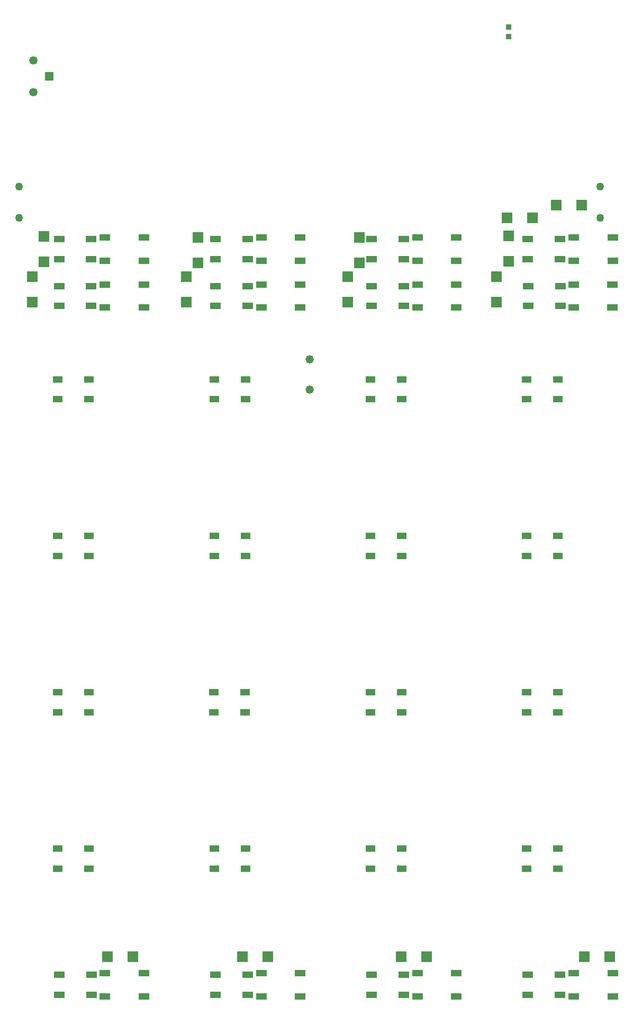
<source format=gtp>
G04 #@! TF.FileFunction,Paste,Top*
%FSLAX46Y46*%
G04 Gerber Fmt 4.6, Leading zero omitted, Abs format (unit mm)*
G04 Created by KiCad (PCBNEW 4.0.4-stable) date 07/12/17 09:58:22*
%MOMM*%
%LPD*%
G01*
G04 APERTURE LIST*
%ADD10C,2.000000*%
%ADD11R,1.600000X1.000000*%
%ADD12R,0.889000X0.889000*%
%ADD13C,1.320800*%
%ADD14R,1.651000X1.000000*%
%ADD15R,1.767840X1.798320*%
%ADD16R,1.798320X1.767840*%
%ADD17R,1.800000X1.100000*%
%ADD18C,1.270000*%
%ADD19C,1.348740*%
%ADD20R,1.348740X1.348740*%
G04 APERTURE END LIST*
D10*
D11*
X9700000Y-60800000D03*
X9700000Y-64000000D03*
X14700000Y-64000000D03*
X14700000Y-60800000D03*
X34700000Y-60800000D03*
X34700000Y-64000000D03*
X39700000Y-64000000D03*
X39700000Y-60800000D03*
D12*
X81788000Y-4572000D03*
X81788000Y-6096000D03*
D13*
X50000000Y-57587000D03*
X50000000Y-62413000D03*
D14*
X9900000Y-38400000D03*
X15054000Y-38400000D03*
X15054000Y-41600000D03*
X9900000Y-41600000D03*
X34923000Y-38400000D03*
X40077000Y-38400000D03*
X40077000Y-41600000D03*
X34923000Y-41600000D03*
X59923000Y-38400000D03*
X65077000Y-38400000D03*
X65077000Y-41600000D03*
X59923000Y-41600000D03*
X84900000Y-38400000D03*
X90054000Y-38400000D03*
X90054000Y-41600000D03*
X84900000Y-41600000D03*
X9900000Y-45900000D03*
X15054000Y-45900000D03*
X15054000Y-49100000D03*
X9900000Y-49100000D03*
X34900000Y-45900000D03*
X40054000Y-45900000D03*
X40054000Y-49100000D03*
X34900000Y-49100000D03*
X59923000Y-45900000D03*
X65077000Y-45900000D03*
X65077000Y-49100000D03*
X59923000Y-49100000D03*
X84923000Y-45900000D03*
X90077000Y-45900000D03*
X90077000Y-49100000D03*
X84923000Y-49100000D03*
X9923000Y-155900000D03*
X15077000Y-155900000D03*
X15077000Y-159100000D03*
X9923000Y-159100000D03*
X34900000Y-155900000D03*
X40054000Y-155900000D03*
X40054000Y-159100000D03*
X34900000Y-159100000D03*
X59900000Y-155900000D03*
X65054000Y-155900000D03*
X65054000Y-159100000D03*
X59900000Y-159100000D03*
X84900000Y-155900000D03*
X90054000Y-155900000D03*
X90054000Y-159100000D03*
X84900000Y-159100000D03*
D11*
X59700000Y-60800000D03*
X59700000Y-64000000D03*
X64700000Y-64000000D03*
X64700000Y-60800000D03*
X84700000Y-60800000D03*
X84700000Y-64000000D03*
X89700000Y-64000000D03*
X89700000Y-60800000D03*
X9700000Y-85800000D03*
X9700000Y-89000000D03*
X14700000Y-89000000D03*
X14700000Y-85800000D03*
X34700000Y-85800000D03*
X34700000Y-89000000D03*
X39700000Y-89000000D03*
X39700000Y-85800000D03*
X59700000Y-85800000D03*
X59700000Y-89000000D03*
X64700000Y-89000000D03*
X64700000Y-85800000D03*
X84700000Y-85800000D03*
X84700000Y-89000000D03*
X89700000Y-89000000D03*
X89700000Y-85800000D03*
X9700000Y-110800000D03*
X9700000Y-114000000D03*
X14700000Y-114000000D03*
X14700000Y-110800000D03*
X34677000Y-110800000D03*
X34677000Y-114000000D03*
X39677000Y-114000000D03*
X39677000Y-110800000D03*
X59700000Y-110800000D03*
X59700000Y-114000000D03*
X64700000Y-114000000D03*
X64700000Y-110800000D03*
X84700000Y-110800000D03*
X84700000Y-114000000D03*
X89700000Y-114000000D03*
X89700000Y-110800000D03*
X9700000Y-135800000D03*
X9700000Y-139000000D03*
X14700000Y-139000000D03*
X14700000Y-135800000D03*
X34700000Y-135800000D03*
X34700000Y-139000000D03*
X39700000Y-139000000D03*
X39700000Y-135800000D03*
X59700000Y-135800000D03*
X59700000Y-139000000D03*
X64700000Y-139000000D03*
X64700000Y-135800000D03*
X84700000Y-135800000D03*
X84700000Y-139000000D03*
X89700000Y-139000000D03*
X89700000Y-135800000D03*
D15*
X7500000Y-37960380D03*
X7500000Y-42039620D03*
X32155000Y-42229620D03*
X32155000Y-38150380D03*
X57955000Y-42229620D03*
X57955000Y-38150380D03*
X81800000Y-42000020D03*
X81800000Y-37920780D03*
D16*
X81526380Y-35052000D03*
X85605620Y-35052000D03*
D15*
X5595000Y-48519620D03*
X5595000Y-44440380D03*
X30250000Y-48459620D03*
X30250000Y-44380380D03*
X56050000Y-48459620D03*
X56050000Y-44380380D03*
X79895000Y-48459620D03*
X79895000Y-44380380D03*
D16*
X17645380Y-153035000D03*
X21724620Y-153035000D03*
X39235380Y-153035000D03*
X43314620Y-153035000D03*
X64635380Y-153035000D03*
X68714620Y-153035000D03*
X93937380Y-153035000D03*
X98016620Y-153035000D03*
D17*
X23454000Y-38150000D03*
X17254000Y-38150000D03*
X17254000Y-41850000D03*
X23454000Y-41850000D03*
X48454000Y-38150000D03*
X42254000Y-38150000D03*
X42254000Y-41850000D03*
X48454000Y-41850000D03*
X73454000Y-38150000D03*
X67254000Y-38150000D03*
X67254000Y-41850000D03*
X73454000Y-41850000D03*
X98454000Y-38150000D03*
X92254000Y-38150000D03*
X92254000Y-41850000D03*
X98454000Y-41850000D03*
X23454000Y-45650000D03*
X17254000Y-45650000D03*
X17254000Y-49350000D03*
X23454000Y-49350000D03*
X48454000Y-45650000D03*
X42254000Y-45650000D03*
X42254000Y-49350000D03*
X48454000Y-49350000D03*
X73454000Y-45650000D03*
X67254000Y-45650000D03*
X67254000Y-49350000D03*
X73454000Y-49350000D03*
X98431000Y-45650000D03*
X92231000Y-45650000D03*
X92231000Y-49350000D03*
X98431000Y-49350000D03*
X23454000Y-155650000D03*
X17254000Y-155650000D03*
X17254000Y-159350000D03*
X23454000Y-159350000D03*
X48454000Y-155650000D03*
X42254000Y-155650000D03*
X42254000Y-159350000D03*
X48454000Y-159350000D03*
X73454000Y-155650000D03*
X67254000Y-155650000D03*
X67254000Y-159350000D03*
X73454000Y-159350000D03*
X98454000Y-155650000D03*
X92254000Y-155650000D03*
X92254000Y-159350000D03*
X98454000Y-159350000D03*
D16*
X89460380Y-33000000D03*
X93539620Y-33000000D03*
D18*
X3500000Y-30000640D03*
X3500000Y-34999360D03*
X96500000Y-34999360D03*
X96500000Y-30000640D03*
D19*
X5801080Y-14940000D03*
X5801080Y-9860000D03*
D20*
X8297900Y-12400000D03*
M02*

</source>
